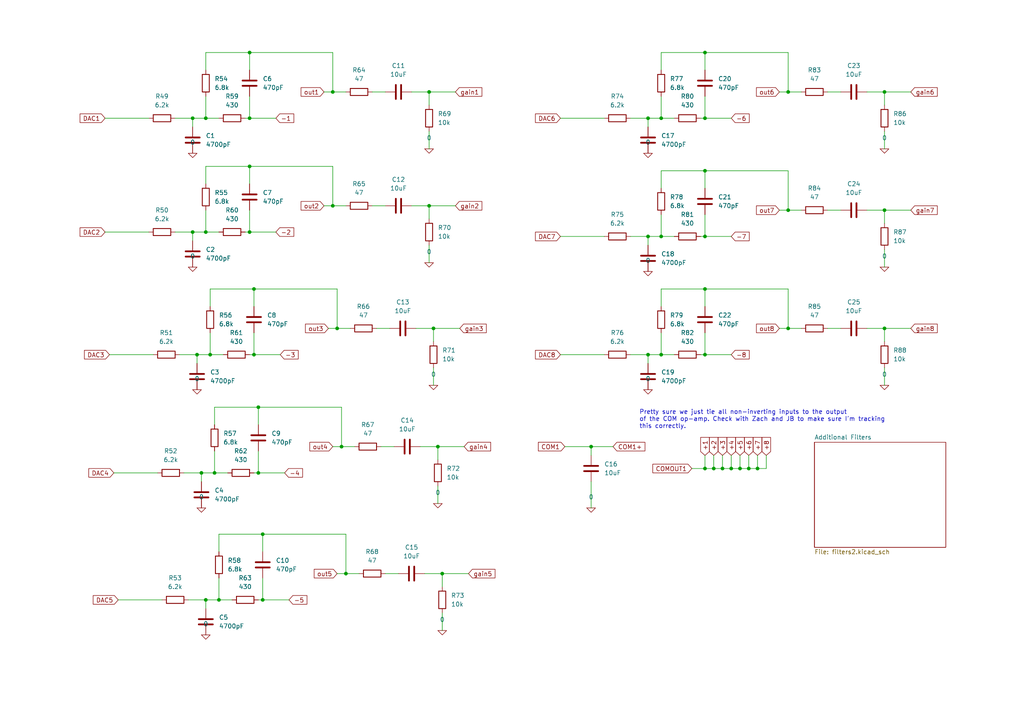
<source format=kicad_sch>
(kicad_sch (version 20230121) (generator eeschema)
  (paper "A4")
  (lib_symbols
    (symbol "Device:C" (pin_numbers hide) (pin_names (offset 0.254))
      (property "Reference" "C" (at 0.635 2.54 0))
      (property "Value" "C" (at 0.635 -2.54 0))
      (symbol "C_0_1"
        (polyline (pts (xy -2.032 -0.762) (xy 2.032 -0.762)) (stroke (width 0.508)))
        (polyline (pts (xy -2.032 0.762) (xy 2.032 0.762)) (stroke (width 0.508)))
      )
      (symbol "C_1_1"
        (pin passive line (at 0 3.81 270) (length 2.794) (name "~") (number "1"))
        (pin passive line (at 0 -3.81 90) (length 2.794) (name "~") (number "2"))
      )
    )
    (symbol "Device:R" (pin_numbers hide) (pin_names (offset 0))
      (property "Reference" "R" (at 2.032 0 90))
      (property "Value" "R" (at 0 0 90))
      (symbol "R_0_1"
        (rectangle (start -1.016 -2.54) (end 1.016 2.54) (stroke (width 0.254)))
      )
      (symbol "R_1_1"
        (pin passive line (at 0 3.81 270) (length 1.27) (name "~") (number "1"))
        (pin passive line (at 0 -3.81 90) (length 1.27) (name "~") (number "2"))
      )
    )
    (symbol "pspice:0" (power) (pin_names (offset 0))
      (property "Value" "0" (at 0 -1.778 0))
      (symbol "0_0_1"
        (polyline (pts (xy -1.27 0) (xy 0 -1.27) (xy 1.27 0) (xy -1.27 0)))
      )
      (symbol "0_1_1"
        (pin power_in line (at 0 0 0) (length 0) hide (name "0") (number "1"))
      )
    )
  )
  (junction (at 59.69 173.99))
  (junction (at 204.47 102.87))
  (junction (at 228.6 60.96))
  (junction (at 256.54 60.96))
  (junction (at 58.42 137.16))
  (junction (at 204.47 135.89))
  (junction (at 72.39 67.31))
  (junction (at 191.77 34.29))
  (junction (at 55.88 67.31))
  (junction (at 171.45 129.54))
  (junction (at 73.66 83.82))
  (junction (at 204.47 83.82))
  (junction (at 76.2 173.99))
  (junction (at 96.52 26.67))
  (junction (at 228.6 95.25))
  (junction (at 73.66 102.87))
  (junction (at 74.93 118.11))
  (junction (at 207.01 135.89))
  (junction (at 187.96 68.58))
  (junction (at 214.63 135.89))
  (junction (at 57.15 102.87))
  (junction (at 127 129.54))
  (junction (at 204.47 49.53))
  (junction (at 187.96 102.87))
  (junction (at 204.47 15.24))
  (junction (at 124.46 26.67))
  (junction (at 256.54 26.67))
  (junction (at 128.27 166.37))
  (junction (at 59.69 34.29))
  (junction (at 256.54 95.25))
  (junction (at 204.47 34.29))
  (junction (at 191.77 102.87))
  (junction (at 59.69 67.31))
  (junction (at 96.52 59.69))
  (junction (at 72.39 34.29))
  (junction (at 204.47 68.58))
  (junction (at 72.39 48.26))
  (junction (at 74.93 137.16))
  (junction (at 191.77 68.58))
  (junction (at 124.46 59.69))
  (junction (at 63.5 173.99))
  (junction (at 62.23 137.16))
  (junction (at 125.73 95.25))
  (junction (at 212.09 135.89))
  (junction (at 60.96 102.87))
  (junction (at 219.71 135.89))
  (junction (at 217.17 135.89))
  (junction (at 228.6 26.67))
  (junction (at 76.2 154.94))
  (junction (at 100.33 166.37))
  (junction (at 209.55 135.89))
  (junction (at 187.96 34.29))
  (junction (at 97.79 95.25))
  (junction (at 72.39 15.24))
  (junction (at 55.88 34.29))
  (junction (at 99.06 129.54))
  (wire (pts (xy 97.79 95.25) (xy 97.79 83.82)))
  (wire (pts (xy 55.88 67.31) (xy 55.88 69.85)))
  (wire (pts (xy 99.06 129.54) (xy 102.87 129.54)))
  (wire (pts (xy 204.47 135.89) (xy 207.01 135.89)))
  (wire (pts (xy 62.23 130.81) (xy 62.23 137.16)))
  (wire (pts (xy 228.6 26.67) (xy 232.41 26.67)))
  (wire (pts (xy 63.5 160.02) (xy 63.5 154.94)))
  (wire (pts (xy 73.66 96.52) (xy 73.66 102.87)))
  (wire (pts (xy 72.39 60.96) (xy 72.39 67.31)))
  (wire (pts (xy 191.77 96.52) (xy 191.77 102.87)))
  (wire (pts (xy 204.47 68.58) (xy 212.09 68.58)))
  (wire (pts (xy 60.96 83.82) (xy 73.66 83.82)))
  (wire (pts (xy 59.69 60.96) (xy 59.69 67.31)))
  (wire (pts (xy 59.69 173.99) (xy 59.69 176.53)))
  (wire (pts (xy 125.73 95.25) (xy 133.35 95.25)))
  (wire (pts (xy 71.12 67.31) (xy 72.39 67.31)))
  (wire (pts (xy 100.33 166.37) (xy 104.14 166.37)))
  (wire (pts (xy 73.66 83.82) (xy 73.66 88.9)))
  (wire (pts (xy 187.96 102.87) (xy 191.77 102.87)))
  (wire (pts (xy 97.79 83.82) (xy 73.66 83.82)))
  (wire (pts (xy 33.02 137.16) (xy 45.72 137.16)))
  (wire (pts (xy 55.88 34.29) (xy 55.88 36.83)))
  (wire (pts (xy 123.19 166.37) (xy 128.27 166.37)))
  (wire (pts (xy 59.69 67.31) (xy 63.5 67.31)))
  (wire (pts (xy 97.79 95.25) (xy 101.6 95.25)))
  (wire (pts (xy 55.88 34.29) (xy 59.69 34.29)))
  (wire (pts (xy 58.42 137.16) (xy 62.23 137.16)))
  (wire (pts (xy 256.54 95.25) (xy 264.16 95.25)))
  (wire (pts (xy 251.46 60.96) (xy 256.54 60.96)))
  (wire (pts (xy 60.96 88.9) (xy 60.96 83.82)))
  (wire (pts (xy 59.69 173.99) (xy 63.5 173.99)))
  (wire (pts (xy 58.42 137.16) (xy 58.42 139.7)))
  (wire (pts (xy 204.47 15.24) (xy 204.47 20.32)))
  (wire (pts (xy 251.46 26.67) (xy 256.54 26.67)))
  (wire (pts (xy 226.06 26.67) (xy 228.6 26.67)))
  (wire (pts (xy 228.6 26.67) (xy 228.6 15.24)))
  (wire (pts (xy 162.56 102.87) (xy 175.26 102.87)))
  (wire (pts (xy 256.54 95.25) (xy 256.54 99.06)))
  (wire (pts (xy 96.52 59.69) (xy 96.52 48.26)))
  (wire (pts (xy 96.52 26.67) (xy 96.52 15.24)))
  (wire (pts (xy 109.22 95.25) (xy 113.03 95.25)))
  (wire (pts (xy 256.54 38.1) (xy 256.54 43.18)))
  (wire (pts (xy 204.47 83.82) (xy 204.47 88.9)))
  (wire (pts (xy 76.2 154.94) (xy 76.2 160.02)))
  (wire (pts (xy 203.2 68.58) (xy 204.47 68.58)))
  (wire (pts (xy 240.03 26.67) (xy 243.84 26.67)))
  (wire (pts (xy 191.77 102.87) (xy 195.58 102.87)))
  (wire (pts (xy 228.6 60.96) (xy 232.41 60.96)))
  (wire (pts (xy 203.2 34.29) (xy 204.47 34.29)))
  (wire (pts (xy 60.96 96.52) (xy 60.96 102.87)))
  (wire (pts (xy 191.77 68.58) (xy 195.58 68.58)))
  (wire (pts (xy 204.47 62.23) (xy 204.47 68.58)))
  (wire (pts (xy 99.06 118.11) (xy 74.93 118.11)))
  (wire (pts (xy 228.6 15.24) (xy 204.47 15.24)))
  (wire (pts (xy 127 140.97) (xy 127 146.05)))
  (wire (pts (xy 121.92 129.54) (xy 127 129.54)))
  (wire (pts (xy 191.77 62.23) (xy 191.77 68.58)))
  (wire (pts (xy 200.66 135.89) (xy 204.47 135.89)))
  (wire (pts (xy 228.6 95.25) (xy 232.41 95.25)))
  (wire (pts (xy 62.23 137.16) (xy 66.04 137.16)))
  (wire (pts (xy 191.77 15.24) (xy 204.47 15.24)))
  (wire (pts (xy 59.69 20.32) (xy 59.69 15.24)))
  (wire (pts (xy 240.03 60.96) (xy 243.84 60.96)))
  (wire (pts (xy 214.63 135.89) (xy 217.17 135.89)))
  (wire (pts (xy 110.49 129.54) (xy 114.3 129.54)))
  (wire (pts (xy 228.6 83.82) (xy 204.47 83.82)))
  (wire (pts (xy 59.69 34.29) (xy 63.5 34.29)))
  (wire (pts (xy 72.39 67.31) (xy 80.01 67.31)))
  (wire (pts (xy 93.98 26.67) (xy 96.52 26.67)))
  (wire (pts (xy 203.2 102.87) (xy 204.47 102.87)))
  (wire (pts (xy 119.38 26.67) (xy 124.46 26.67)))
  (wire (pts (xy 124.46 38.1) (xy 124.46 43.18)))
  (wire (pts (xy 57.15 102.87) (xy 60.96 102.87)))
  (wire (pts (xy 256.54 106.68) (xy 256.54 111.76)))
  (wire (pts (xy 128.27 177.8) (xy 128.27 182.88)))
  (wire (pts (xy 163.83 129.54) (xy 171.45 129.54)))
  (wire (pts (xy 128.27 166.37) (xy 135.89 166.37)))
  (wire (pts (xy 111.76 166.37) (xy 115.57 166.37)))
  (wire (pts (xy 100.33 154.94) (xy 76.2 154.94)))
  (wire (pts (xy 96.52 15.24) (xy 72.39 15.24)))
  (wire (pts (xy 97.79 166.37) (xy 100.33 166.37)))
  (wire (pts (xy 162.56 68.58) (xy 175.26 68.58)))
  (wire (pts (xy 72.39 27.94) (xy 72.39 34.29)))
  (wire (pts (xy 107.95 26.67) (xy 111.76 26.67)))
  (wire (pts (xy 71.12 34.29) (xy 72.39 34.29)))
  (wire (pts (xy 125.73 106.68) (xy 125.73 111.76)))
  (wire (pts (xy 191.77 83.82) (xy 204.47 83.82)))
  (wire (pts (xy 96.52 129.54) (xy 99.06 129.54)))
  (wire (pts (xy 226.06 95.25) (xy 228.6 95.25)))
  (wire (pts (xy 59.69 15.24) (xy 72.39 15.24)))
  (wire (pts (xy 171.45 132.08) (xy 171.45 129.54)))
  (wire (pts (xy 256.54 72.39) (xy 256.54 77.47)))
  (wire (pts (xy 34.29 173.99) (xy 46.99 173.99)))
  (wire (pts (xy 204.47 49.53) (xy 204.47 54.61)))
  (wire (pts (xy 60.96 102.87) (xy 64.77 102.87)))
  (wire (pts (xy 204.47 132.08) (xy 204.47 135.89)))
  (wire (pts (xy 191.77 54.61) (xy 191.77 49.53)))
  (wire (pts (xy 171.45 129.54) (xy 177.8 129.54)))
  (wire (pts (xy 204.47 34.29) (xy 212.09 34.29)))
  (wire (pts (xy 214.63 132.08) (xy 214.63 135.89)))
  (wire (pts (xy 54.61 173.99) (xy 59.69 173.99)))
  (wire (pts (xy 124.46 26.67) (xy 132.08 26.67)))
  (wire (pts (xy 76.2 167.64) (xy 76.2 173.99)))
  (wire (pts (xy 187.96 102.87) (xy 187.96 105.41)))
  (wire (pts (xy 191.77 27.94) (xy 191.77 34.29)))
  (wire (pts (xy 187.96 68.58) (xy 187.96 71.12)))
  (wire (pts (xy 57.15 102.87) (xy 57.15 105.41)))
  (wire (pts (xy 219.71 132.08) (xy 219.71 135.89)))
  (wire (pts (xy 204.47 27.94) (xy 204.47 34.29)))
  (wire (pts (xy 72.39 102.87) (xy 73.66 102.87)))
  (wire (pts (xy 226.06 60.96) (xy 228.6 60.96)))
  (wire (pts (xy 73.66 137.16) (xy 74.93 137.16)))
  (wire (pts (xy 222.25 135.89) (xy 222.25 132.08)))
  (wire (pts (xy 209.55 135.89) (xy 212.09 135.89)))
  (wire (pts (xy 240.03 95.25) (xy 243.84 95.25)))
  (wire (pts (xy 162.56 34.29) (xy 175.26 34.29)))
  (wire (pts (xy 127 129.54) (xy 134.62 129.54)))
  (wire (pts (xy 212.09 135.89) (xy 214.63 135.89)))
  (wire (pts (xy 73.66 102.87) (xy 81.28 102.87)))
  (wire (pts (xy 217.17 135.89) (xy 219.71 135.89)))
  (wire (pts (xy 59.69 48.26) (xy 72.39 48.26)))
  (wire (pts (xy 187.96 34.29) (xy 187.96 36.83)))
  (wire (pts (xy 182.88 102.87) (xy 187.96 102.87)))
  (wire (pts (xy 251.46 95.25) (xy 256.54 95.25)))
  (wire (pts (xy 187.96 34.29) (xy 191.77 34.29)))
  (wire (pts (xy 74.93 130.81) (xy 74.93 137.16)))
  (wire (pts (xy 53.34 137.16) (xy 58.42 137.16)))
  (wire (pts (xy 96.52 59.69) (xy 100.33 59.69)))
  (wire (pts (xy 72.39 34.29) (xy 80.01 34.29)))
  (wire (pts (xy 125.73 95.25) (xy 125.73 99.06)))
  (wire (pts (xy 55.88 67.31) (xy 59.69 67.31)))
  (wire (pts (xy 74.93 137.16) (xy 82.55 137.16)))
  (wire (pts (xy 204.47 96.52) (xy 204.47 102.87)))
  (wire (pts (xy 59.69 27.94) (xy 59.69 34.29)))
  (wire (pts (xy 219.71 135.89) (xy 222.25 135.89)))
  (wire (pts (xy 72.39 15.24) (xy 72.39 20.32)))
  (wire (pts (xy 228.6 60.96) (xy 228.6 49.53)))
  (wire (pts (xy 63.5 154.94) (xy 76.2 154.94)))
  (wire (pts (xy 212.09 132.08) (xy 212.09 135.89)))
  (wire (pts (xy 31.75 102.87) (xy 44.45 102.87)))
  (wire (pts (xy 63.5 167.64) (xy 63.5 173.99)))
  (wire (pts (xy 187.96 68.58) (xy 191.77 68.58)))
  (wire (pts (xy 191.77 20.32) (xy 191.77 15.24)))
  (wire (pts (xy 128.27 166.37) (xy 128.27 170.18)))
  (wire (pts (xy 228.6 49.53) (xy 204.47 49.53)))
  (wire (pts (xy 99.06 129.54) (xy 99.06 118.11)))
  (wire (pts (xy 191.77 34.29) (xy 195.58 34.29)))
  (wire (pts (xy 256.54 26.67) (xy 256.54 30.48)))
  (wire (pts (xy 30.48 67.31) (xy 43.18 67.31)))
  (wire (pts (xy 63.5 173.99) (xy 67.31 173.99)))
  (wire (pts (xy 59.69 53.34) (xy 59.69 48.26)))
  (wire (pts (xy 209.55 132.08) (xy 209.55 135.89)))
  (wire (pts (xy 171.45 139.7) (xy 171.45 147.32)))
  (wire (pts (xy 256.54 26.67) (xy 264.16 26.67)))
  (wire (pts (xy 96.52 26.67) (xy 100.33 26.67)))
  (wire (pts (xy 182.88 34.29) (xy 187.96 34.29)))
  (wire (pts (xy 124.46 71.12) (xy 124.46 76.2)))
  (wire (pts (xy 207.01 135.89) (xy 209.55 135.89)))
  (wire (pts (xy 124.46 59.69) (xy 132.08 59.69)))
  (wire (pts (xy 52.07 102.87) (xy 57.15 102.87)))
  (wire (pts (xy 95.25 95.25) (xy 97.79 95.25)))
  (wire (pts (xy 124.46 59.69) (xy 124.46 63.5)))
  (wire (pts (xy 93.98 59.69) (xy 96.52 59.69)))
  (wire (pts (xy 191.77 88.9) (xy 191.77 83.82)))
  (wire (pts (xy 62.23 118.11) (xy 74.93 118.11)))
  (wire (pts (xy 119.38 59.69) (xy 124.46 59.69)))
  (wire (pts (xy 50.8 34.29) (xy 55.88 34.29)))
  (wire (pts (xy 50.8 67.31) (xy 55.88 67.31)))
  (wire (pts (xy 120.65 95.25) (xy 125.73 95.25)))
  (wire (pts (xy 107.95 59.69) (xy 111.76 59.69)))
  (wire (pts (xy 124.46 26.67) (xy 124.46 30.48)))
  (wire (pts (xy 62.23 123.19) (xy 62.23 118.11)))
  (wire (pts (xy 191.77 49.53) (xy 204.47 49.53)))
  (wire (pts (xy 30.48 34.29) (xy 43.18 34.29)))
  (wire (pts (xy 182.88 68.58) (xy 187.96 68.58)))
  (wire (pts (xy 204.47 102.87) (xy 212.09 102.87)))
  (wire (pts (xy 228.6 95.25) (xy 228.6 83.82)))
  (wire (pts (xy 256.54 60.96) (xy 256.54 64.77)))
  (wire (pts (xy 217.17 132.08) (xy 217.17 135.89)))
  (wire (pts (xy 76.2 173.99) (xy 83.82 173.99)))
  (wire (pts (xy 207.01 132.08) (xy 207.01 135.89)))
  (wire (pts (xy 72.39 48.26) (xy 72.39 53.34)))
  (wire (pts (xy 256.54 60.96) (xy 264.16 60.96)))
  (wire (pts (xy 74.93 118.11) (xy 74.93 123.19)))
  (wire (pts (xy 74.93 173.99) (xy 76.2 173.99)))
  (wire (pts (xy 127 129.54) (xy 127 133.35)))
  (wire (pts (xy 100.33 166.37) (xy 100.33 154.94)))
  (wire (pts (xy 96.52 48.26) (xy 72.39 48.26)))
  (text "Pretty sure we just tie all non-inverting inputs to the output\nof the COM op-amp. Check with Zach and JB to make sure I'm tracking \nthis correctly. " (at 185.42 124.46 0) (effects (font (size 1.27 1.27)) (justify left bottom)))
  (global_label "gain4" (shape input) (at 134.62 129.54 0) (property "Intersheetrefs" "${INTERSHEET_REFS}" (effects hide)))
  (global_label "out4" (shape input) (at 96.52 129.54 180) (property "Intersheetrefs" "${INTERSHEET_REFS}" (effects hide)))
  (global_label "gain7" (shape input) (at 264.16 60.96 0) (property "Intersheetrefs" "${INTERSHEET_REFS}" (effects hide)))
  (global_label "+1" (shape input) (at 204.47 132.08 90) (property "Intersheetrefs" "${INTERSHEET_REFS}" (effects hide)))
  (global_label "-5" (shape input) (at 83.82 173.99 0) (property "Intersheetrefs" "${INTERSHEET_REFS}" (effects hide)))
  (global_label "out1" (shape input) (at 93.98 26.67 180) (property "Intersheetrefs" "${INTERSHEET_REFS}" (effects hide)))
  (global_label "DAC6" (shape input) (at 162.56 34.29 180) (property "Intersheetrefs" "${INTERSHEET_REFS}" (effects hide)))
  (global_label "DAC1" (shape input) (at 30.48 34.29 180) (property "Intersheetrefs" "${INTERSHEET_REFS}" (effects hide)))
  (global_label "gain5" (shape input) (at 135.89 166.37 0) (property "Intersheetrefs" "${INTERSHEET_REFS}" (effects hide)))
  (global_label "gain2" (shape input) (at 132.08 59.69 0) (property "Intersheetrefs" "${INTERSHEET_REFS}" (effects hide)))
  (global_label "DAC8" (shape input) (at 162.56 102.87 180) (property "Intersheetrefs" "${INTERSHEET_REFS}" (effects hide)))
  (global_label "gain6" (shape input) (at 264.16 26.67 0) (property "Intersheetrefs" "${INTERSHEET_REFS}" (effects hide)))
  (global_label "-7" (shape input) (at 212.09 68.58 0) (property "Intersheetrefs" "${INTERSHEET_REFS}" (effects hide)))
  (global_label "-1" (shape input) (at 80.01 34.29 0) (property "Intersheetrefs" "${INTERSHEET_REFS}" (effects hide)))
  (global_label "-6" (shape input) (at 212.09 34.29 0) (property "Intersheetrefs" "${INTERSHEET_REFS}" (effects hide)))
  (global_label "-4" (shape input) (at 82.55 137.16 0) (property "Intersheetrefs" "${INTERSHEET_REFS}" (effects hide)))
  (global_label "+3" (shape input) (at 209.55 132.08 90) (property "Intersheetrefs" "${INTERSHEET_REFS}" (effects hide)))
  (global_label "+7" (shape input) (at 219.71 132.08 90) (property "Intersheetrefs" "${INTERSHEET_REFS}" (effects hide)))
  (global_label "gain3" (shape input) (at 133.35 95.25 0) (property "Intersheetrefs" "${INTERSHEET_REFS}" (effects hide)))
  (global_label "+6" (shape input) (at 217.17 132.08 90) (property "Intersheetrefs" "${INTERSHEET_REFS}" (effects hide)))
  (global_label "gain1" (shape input) (at 132.08 26.67 0) (property "Intersheetrefs" "${INTERSHEET_REFS}" (effects hide)))
  (global_label "DAC7" (shape input) (at 162.56 68.58 180) (property "Intersheetrefs" "${INTERSHEET_REFS}" (effects hide)))
  (global_label "out5" (shape input) (at 97.79 166.37 180) (property "Intersheetrefs" "${INTERSHEET_REFS}" (effects hide)))
  (global_label "+2" (shape input) (at 207.01 132.08 90) (property "Intersheetrefs" "${INTERSHEET_REFS}" (effects hide)))
  (global_label "out3" (shape input) (at 95.25 95.25 180) (property "Intersheetrefs" "${INTERSHEET_REFS}" (effects hide)))
  (global_label "-3" (shape input) (at 81.28 102.87 0) (property "Intersheetrefs" "${INTERSHEET_REFS}" (effects hide)))
  (global_label "DAC2" (shape input) (at 30.48 67.31 180) (property "Intersheetrefs" "${INTERSHEET_REFS}" (effects hide)))
  (global_label "COM1+" (shape input) (at 177.8 129.54 0) (property "Intersheetrefs" "${INTERSHEET_REFS}" (effects hide)))
  (global_label "+5" (shape input) (at 214.63 132.08 90) (property "Intersheetrefs" "${INTERSHEET_REFS}" (effects hide)))
  (global_label "COMOUT1" (shape input) (at 200.66 135.89 180) (property "Intersheetrefs" "${INTERSHEET_REFS}" (effects hide)))
  (global_label "+4" (shape input) (at 212.09 132.08 90) (property "Intersheetrefs" "${INTERSHEET_REFS}" (effects hide)))
  (global_label "out8" (shape input) (at 226.06 95.25 180) (property "Intersheetrefs" "${INTERSHEET_REFS}" (effects hide)))
  (global_label "out2" (shape input) (at 93.98 59.69 180) (property "Intersheetrefs" "${INTERSHEET_REFS}" (effects hide)))
  (global_label "-8" (shape input) (at 212.09 102.87 0) (property "Intersheetrefs" "${INTERSHEET_REFS}" (effects hide)))
  (global_label "COM1" (shape input) (at 163.83 129.54 180) (property "Intersheetrefs" "${INTERSHEET_REFS}" (effects hide)))
  (global_label "DAC4" (shape input) (at 33.02 137.16 180) (property "Intersheetrefs" "${INTERSHEET_REFS}" (effects hide)))
  (global_label "-2" (shape input) (at 80.01 67.31 0) (property "Intersheetrefs" "${INTERSHEET_REFS}" (effects hide)))
  (global_label "gain8" (shape input) (at 264.16 95.25 0) (property "Intersheetrefs" "${INTERSHEET_REFS}" (effects hide)))
  (global_label "out6" (shape input) (at 226.06 26.67 180) (property "Intersheetrefs" "${INTERSHEET_REFS}" (effects hide)))
  (global_label "+8" (shape input) (at 222.25 132.08 90) (property "Intersheetrefs" "${INTERSHEET_REFS}" (effects hide)))
  (global_label "DAC3" (shape input) (at 31.75 102.87 180) (property "Intersheetrefs" "${INTERSHEET_REFS}" (effects hide)))
  (global_label "DAC5" (shape input) (at 34.29 173.99 180) (property "Intersheetrefs" "${INTERSHEET_REFS}" (effects hide)))
  (global_label "out7" (shape input) (at 226.06 60.96 180) (property "Intersheetrefs" "${INTERSHEET_REFS}" (effects hide)))
  (symbol (lib_id "Device:C") (at 171.45 135.89 180) (unit 1)
    (property "Reference" "C16" (at 175.26 134.6199 0) (effects (justify right)))
    (property "Value" "10uF" (at 175.26 137.1599 0) (effects (justify right)))
    (property "Footprint" "Capacitor_SMD:C_1206_3216Metric_Pad1.33x1.80mm_HandSolder" (effects hide))
    (property "Sim.Device" "SPICE" (effects hide))
    (property "Sim.Params" "type=\"C\" model=\"10u\" lib=\"\"" (effects hide))
    (property "Sim.Pins" "1=1 2=2" (effects hide))
  )
  (symbol (lib_id "pspice:0") (at 125.73 111.76 0) (unit 1)
    (property "Reference" "#GND034" (effects hide))
    (property "Value" "0" (at 125.73 108.585 0))
  )
  (symbol (lib_id "Device:R") (at 106.68 129.54 90) (unit 1)
    (property "Reference" "R67" (at 106.68 123.19 90))
    (property "Value" "47" (at 106.68 125.73 90))
    (property "Footprint" "Resistor_SMD:R_1206_3216Metric" (effects hide))
    (property "Sim.Device" "SPICE" (effects hide))
    (property "Sim.Params" "type=\"R\" model=\"47\" lib=\"\"" (effects hide))
    (property "Sim.Pins" "1=1 2=2" (effects hide))
  )
  (symbol (lib_id "Device:R") (at 125.73 102.87 180) (unit 1)
    (property "Reference" "R71" (at 128.27 101.5999 0) (effects (justify right)))
    (property "Value" "10k" (at 128.27 104.1399 0) (effects (justify right)))
    (property "Footprint" "Resistor_SMD:R_1206_3216Metric" (effects hide))
  )
  (symbol (lib_id "pspice:0") (at 187.96 78.74 0) (unit 1)
    (property "Reference" "#GND039" (effects hide))
    (property "Value" "0" (at 187.96 75.565 0))
  )
  (symbol (lib_id "Device:C") (at 72.39 24.13 0) (unit 1)
    (property "Reference" "C6" (at 76.2 22.8599 0) (effects (justify left)))
    (property "Value" "470pF" (at 76.2 25.3999 0) (effects (justify left)))
    (property "Footprint" "Capacitor_SMD:C_1206_3216Metric_Pad1.33x1.80mm_HandSolder" (effects hide))
    (property "Sim.Device" "SPICE" (effects hide))
    (property "Sim.Params" "type=\"C\" model=\"470p\" lib=\"\"" (effects hide))
    (property "Sim.Pins" "1=1 2=2" (effects hide))
  )
  (symbol (lib_id "Device:C") (at 76.2 163.83 0) (unit 1)
    (property "Reference" "C10" (at 80.01 162.5599 0) (effects (justify left)))
    (property "Value" "470pF" (at 80.01 165.0999 0) (effects (justify left)))
    (property "Footprint" "Capacitor_SMD:C_1206_3216Metric_Pad1.33x1.80mm_HandSolder" (effects hide))
    (property "Sim.Device" "SPICE" (effects hide))
    (property "Sim.Params" "type=\"C\" model=\"470p\" lib=\"\"" (effects hide))
    (property "Sim.Pins" "1=1 2=2" (effects hide))
  )
  (symbol (lib_id "Device:C") (at 119.38 166.37 90) (unit 1)
    (property "Reference" "C15" (at 119.38 158.75 90))
    (property "Value" "10uF" (at 119.38 161.29 90))
    (property "Footprint" "Capacitor_SMD:C_1206_3216Metric_Pad1.33x1.80mm_HandSolder" (effects hide))
    (property "Sim.Device" "SPICE" (effects hide))
    (property "Sim.Params" "type=\"C\" model=\"10u\" lib=\"\"" (effects hide))
    (property "Sim.Pins" "1=1 2=2" (effects hide))
  )
  (symbol (lib_id "Device:R") (at 191.77 92.71 180) (unit 1)
    (property "Reference" "R79" (at 194.31 91.4399 0) (effects (justify right)))
    (property "Value" "6.8k" (at 194.31 93.9799 0) (effects (justify right)))
    (property "Footprint" "Resistor_SMD:R_1206_3216Metric" (effects hide))
    (property "Sim.Device" "SPICE" (effects hide))
    (property "Sim.Params" "type=\"R\" model=\"6.8k\" lib=\"\"" (effects hide))
    (property "Sim.Pins" "1=1 2=2" (effects hide))
  )
  (symbol (lib_id "Device:R") (at 46.99 67.31 90) (unit 1)
    (property "Reference" "R50" (at 46.99 60.96 90))
    (property "Value" "6.2k" (at 46.99 63.5 90))
    (property "Footprint" "Resistor_SMD:R_1206_3216Metric" (effects hide))
    (property "Sim.Device" "SPICE" (effects hide))
    (property "Sim.Params" "type=\"R\" model=\"6.2k\" lib=\"\"" (effects hide))
    (property "Sim.Pins" "1=1 2=2" (effects hide))
  )
  (symbol (lib_id "Device:C") (at 57.15 109.22 0) (unit 1)
    (property "Reference" "C3" (at 60.96 107.9499 0) (effects (justify left)))
    (property "Value" "4700pF" (at 60.96 110.4899 0) (effects (justify left)))
    (property "Footprint" "Capacitor_SMD:C_1206_3216Metric_Pad1.33x1.80mm_HandSolder" (effects hide))
    (property "Sim.Device" "SPICE" (effects hide))
    (property "Sim.Params" "type=\"C\" model=\"4700p\" lib=\"\"" (effects hide))
    (property "Sim.Pins" "1=1 2=2" (effects hide))
  )
  (symbol (lib_id "Device:R") (at 124.46 67.31 180) (unit 1)
    (property "Reference" "R70" (at 127 66.0399 0) (effects (justify right)))
    (property "Value" "10k" (at 127 68.5799 0) (effects (justify right)))
    (property "Footprint" "Resistor_SMD:R_1206_3216Metric" (effects hide))
  )
  (symbol (lib_id "Device:C") (at 204.47 24.13 0) (unit 1)
    (property "Reference" "C20" (at 208.28 22.8599 0) (effects (justify left)))
    (property "Value" "470pF" (at 208.28 25.3999 0) (effects (justify left)))
    (property "Footprint" "Capacitor_SMD:C_1206_3216Metric_Pad1.33x1.80mm_HandSolder" (effects hide))
    (property "Sim.Device" "SPICE" (effects hide))
    (property "Sim.Params" "type=\"C\" model=\"470p\" lib=\"\"" (effects hide))
    (property "Sim.Pins" "1=1 2=2" (effects hide))
  )
  (symbol (lib_id "Device:R") (at 67.31 34.29 90) (unit 1)
    (property "Reference" "R59" (at 67.31 27.94 90))
    (property "Value" "430" (at 67.31 30.48 90))
    (property "Footprint" "Resistor_SMD:R_1206_3216Metric" (effects hide))
    (property "Sim.Device" "SPICE" (effects hide))
    (property "Sim.Params" "type=\"R\" model=\"430\" lib=\"\"" (effects hide))
    (property "Sim.Pins" "1=1 2=2" (effects hide))
  )
  (symbol (lib_id "Device:R") (at 68.58 102.87 90) (unit 1)
    (property "Reference" "R61" (at 68.58 96.52 90))
    (property "Value" "430" (at 68.58 99.06 90))
    (property "Footprint" "Resistor_SMD:R_1206_3216Metric" (effects hide))
    (property "Sim.Device" "SPICE" (effects hide))
    (property "Sim.Params" "type=\"R\" model=\"430\" lib=\"\"" (effects hide))
    (property "Sim.Pins" "1=1 2=2" (effects hide))
  )
  (symbol (lib_id "Device:R") (at 199.39 102.87 90) (unit 1)
    (property "Reference" "R82" (at 199.39 96.52 90))
    (property "Value" "430" (at 199.39 99.06 90))
    (property "Footprint" "Resistor_SMD:R_1206_3216Metric" (effects hide))
    (property "Sim.Device" "SPICE" (effects hide))
    (property "Sim.Params" "type=\"R\" model=\"430\" lib=\"\"" (effects hide))
    (property "Sim.Pins" "1=1 2=2" (effects hide))
  )
  (symbol (lib_id "Device:R") (at 236.22 26.67 90) (unit 1)
    (property "Reference" "R83" (at 236.22 20.32 90))
    (property "Value" "47" (at 236.22 22.86 90))
    (property "Footprint" "Resistor_SMD:R_1206_3216Metric" (effects hide))
    (property "Sim.Device" "SPICE" (effects hide))
    (property "Sim.Params" "type=\"R\" model=\"47\" lib=\"\"" (effects hide))
    (property "Sim.Pins" "1=1 2=2" (effects hide))
  )
  (symbol (lib_id "Device:R") (at 69.85 137.16 90) (unit 1)
    (property "Reference" "R62" (at 69.85 130.81 90))
    (property "Value" "430" (at 69.85 133.35 90))
    (property "Footprint" "Resistor_SMD:R_1206_3216Metric" (effects hide))
    (property "Sim.Device" "SPICE" (effects hide))
    (property "Sim.Params" "type=\"R\" model=\"430\" lib=\"\"" (effects hide))
    (property "Sim.Pins" "1=1 2=2" (effects hide))
  )
  (symbol (lib_id "Device:R") (at 67.31 67.31 90) (unit 1)
    (property "Reference" "R60" (at 67.31 60.96 90))
    (property "Value" "430" (at 67.31 63.5 90))
    (property "Footprint" "Resistor_SMD:R_1206_3216Metric" (effects hide))
    (property "Sim.Device" "SPICE" (effects hide))
    (property "Sim.Params" "type=\"R\" model=\"430\" lib=\"\"" (effects hide))
    (property "Sim.Pins" "1=1 2=2" (effects hide))
  )
  (symbol (lib_id "Device:R") (at 124.46 34.29 180) (unit 1)
    (property "Reference" "R69" (at 127 33.0199 0) (effects (justify right)))
    (property "Value" "10k" (at 127 35.5599 0) (effects (justify right)))
    (property "Footprint" "Resistor_SMD:R_1206_3216Metric" (effects hide))
  )
  (symbol (lib_id "Device:R") (at 60.96 92.71 180) (unit 1)
    (property "Reference" "R56" (at 63.5 91.4399 0) (effects (justify right)))
    (property "Value" "6.8k" (at 63.5 93.9799 0) (effects (justify right)))
    (property "Footprint" "Resistor_SMD:R_1206_3216Metric" (effects hide))
    (property "Sim.Device" "SPICE" (effects hide))
    (property "Sim.Params" "type=\"R\" model=\"6.8k\" lib=\"\"" (effects hide))
    (property "Sim.Pins" "1=1 2=2" (effects hide))
  )
  (symbol (lib_id "Device:C") (at 187.96 74.93 0) (unit 1)
    (property "Reference" "C18" (at 191.77 73.6599 0) (effects (justify left)))
    (property "Value" "4700pF" (at 191.77 76.1999 0) (effects (justify left)))
    (property "Footprint" "Capacitor_SMD:C_1206_3216Metric_Pad1.33x1.80mm_HandSolder" (effects hide))
    (property "Sim.Device" "SPICE" (effects hide))
    (property "Sim.Params" "type=\"C\" model=\"4700p\" lib=\"\"" (effects hide))
    (property "Sim.Pins" "1=1 2=2" (effects hide))
  )
  (symbol (lib_id "pspice:0") (at 256.54 77.47 0) (unit 1)
    (property "Reference" "#GND042" (effects hide))
    (property "Value" "0" (at 256.54 74.295 0))
  )
  (symbol (lib_id "Device:R") (at 107.95 166.37 90) (unit 1)
    (property "Reference" "R68" (at 107.95 160.02 90))
    (property "Value" "47" (at 107.95 162.56 90))
    (property "Footprint" "Resistor_SMD:R_1206_3216Metric" (effects hide))
    (property "Sim.Device" "SPICE" (effects hide))
    (property "Sim.Params" "type=\"R\" model=\"47\" lib=\"\"" (effects hide))
    (property "Sim.Pins" "1=1 2=2" (effects hide))
  )
  (symbol (lib_id "pspice:0") (at 55.88 77.47 0) (unit 1)
    (property "Reference" "#GND028" (effects hide))
    (property "Value" "0" (at 55.88 74.295 0))
  )
  (symbol (lib_id "pspice:0") (at 124.46 76.2 0) (unit 1)
    (property "Reference" "#GND033" (effects hide))
    (property "Value" "0" (at 124.46 73.025 0))
  )
  (symbol (lib_id "Device:R") (at 63.5 163.83 180) (unit 1)
    (property "Reference" "R58" (at 66.04 162.5599 0) (effects (justify right)))
    (property "Value" "6.8k" (at 66.04 165.0999 0) (effects (justify right)))
    (property "Footprint" "Resistor_SMD:R_1206_3216Metric" (effects hide))
    (property "Sim.Device" "SPICE" (effects hide))
    (property "Sim.Params" "type=\"R\" model=\"6.8k\" lib=\"\"" (effects hide))
    (property "Sim.Pins" "1=1 2=2" (effects hide))
  )
  (symbol (lib_id "Device:R") (at 59.69 57.15 180) (unit 1)
    (property "Reference" "R55" (at 62.23 55.8799 0) (effects (justify right)))
    (property "Value" "6.8k" (at 62.23 58.4199 0) (effects (justify right)))
    (property "Footprint" "Resistor_SMD:R_1206_3216Metric" (effects hide))
    (property "Sim.Device" "SPICE" (effects hide))
    (property "Sim.Params" "type=\"R\" model=\"6.8k\" lib=\"\"" (effects hide))
    (property "Sim.Pins" "1=1 2=2" (effects hide))
  )
  (symbol (lib_id "Device:C") (at 204.47 58.42 0) (unit 1)
    (property "Reference" "C21" (at 208.28 57.1499 0) (effects (justify left)))
    (property "Value" "470pF" (at 208.28 59.6899 0) (effects (justify left)))
    (property "Footprint" "Capacitor_SMD:C_1206_3216Metric_Pad1.33x1.80mm_HandSolder" (effects hide))
    (property "Sim.Device" "SPICE" (effects hide))
    (property "Sim.Params" "type=\"C\" model=\"470p\" lib=\"\"" (effects hide))
    (property "Sim.Pins" "1=1 2=2" (effects hide))
  )
  (symbol (lib_id "Device:C") (at 55.88 40.64 0) (unit 1)
    (property "Reference" "C1" (at 59.69 39.3699 0) (effects (justify left)))
    (property "Value" "4700pF" (at 59.69 41.9099 0) (effects (justify left)))
    (property "Footprint" "Capacitor_SMD:C_1206_3216Metric_Pad1.33x1.80mm_HandSolder" (effects hide))
    (property "Sim.Device" "SPICE" (effects hide))
    (property "Sim.Params" "type=\"C\" model=\"4700p\" lib=\"\"" (effects hide))
    (property "Sim.Pins" "1=1 2=2" (effects hide))
  )
  (symbol (lib_id "Device:R") (at 236.22 95.25 90) (unit 1)
    (property "Reference" "R85" (at 236.22 88.9 90))
    (property "Value" "47" (at 236.22 91.44 90))
    (property "Footprint" "Resistor_SMD:R_1206_3216Metric" (effects hide))
    (property "Sim.Device" "SPICE" (effects hide))
    (property "Sim.Params" "type=\"R\" model=\"47\" lib=\"\"" (effects hide))
    (property "Sim.Pins" "1=1 2=2" (effects hide))
  )
  (symbol (lib_id "pspice:0") (at 187.96 113.03 0) (unit 1)
    (property "Reference" "#GND040" (effects hide))
    (property "Value" "0" (at 187.96 109.855 0))
  )
  (symbol (lib_id "Device:C") (at 72.39 57.15 0) (unit 1)
    (property "Reference" "C7" (at 76.2 55.8799 0) (effects (justify left)))
    (property "Value" "470pF" (at 76.2 58.4199 0) (effects (justify left)))
    (property "Footprint" "Capacitor_SMD:C_1206_3216Metric_Pad1.33x1.80mm_HandSolder" (effects hide))
    (property "Sim.Device" "SPICE" (effects hide))
    (property "Sim.Params" "type=\"C\" model=\"470p\" lib=\"\"" (effects hide))
    (property "Sim.Pins" "1=1 2=2" (effects hide))
  )
  (symbol (lib_id "Device:R") (at 105.41 95.25 90) (unit 1)
    (property "Reference" "R66" (at 105.41 88.9 90))
    (property "Value" "47" (at 105.41 91.44 90))
    (property "Footprint" "Resistor_SMD:R_1206_3216Metric" (effects hide))
    (property "Sim.Device" "SPICE" (effects hide))
    (property "Sim.Params" "type=\"R\" model=\"47\" lib=\"\"" (effects hide))
    (property "Sim.Pins" "1=1 2=2" (effects hide))
  )
  (symbol (lib_id "pspice:0") (at 59.69 184.15 0) (unit 1)
    (property "Reference" "#GND031" (effects hide))
    (property "Value" "0" (at 59.69 180.975 0))
  )
  (symbol (lib_id "pspice:0") (at 128.27 182.88 0) (unit 1)
    (property "Reference" "#GND036" (effects hide))
    (property "Value" "0" (at 128.27 179.705 0))
  )
  (symbol (lib_id "Device:C") (at 73.66 92.71 0) (unit 1)
    (property "Reference" "C8" (at 77.47 91.4399 0) (effects (justify left)))
    (property "Value" "470pF" (at 77.47 93.9799 0) (effects (justify left)))
    (property "Footprint" "Capacitor_SMD:C_1206_3216Metric_Pad1.33x1.80mm_HandSolder" (effects hide))
    (property "Sim.Device" "SPICE" (effects hide))
    (property "Sim.Params" "type=\"C\" model=\"470p\" lib=\"\"" (effects hide))
    (property "Sim.Pins" "1=1 2=2" (effects hide))
  )
  (symbol (lib_id "pspice:0") (at 124.46 43.18 0) (unit 1)
    (property "Reference" "#GND032" (effects hide))
    (property "Value" "0" (at 124.46 40.005 0))
  )
  (symbol (lib_id "Device:R") (at 127 137.16 180) (unit 1)
    (property "Reference" "R72" (at 129.54 135.8899 0) (effects (justify right)))
    (property "Value" "10k" (at 129.54 138.4299 0) (effects (justify right)))
    (property "Footprint" "Resistor_SMD:R_1206_3216Metric" (effects hide))
  )
  (symbol (lib_id "Device:C") (at 247.65 95.25 90) (unit 1)
    (property "Reference" "C25" (at 247.65 87.63 90))
    (property "Value" "10uF" (at 247.65 90.17 90))
    (property "Footprint" "Capacitor_SMD:C_1206_3216Metric_Pad1.33x1.80mm_HandSolder" (effects hide))
    (property "Sim.Device" "SPICE" (effects hide))
    (property "Sim.Params" "type=\"C\" model=\"10u\" lib=\"\"" (effects hide))
    (property "Sim.Pins" "1=1 2=2" (effects hide))
  )
  (symbol (lib_id "Device:C") (at 74.93 127 0) (unit 1)
    (property "Reference" "C9" (at 78.74 125.7299 0) (effects (justify left)))
    (property "Value" "470pF" (at 78.74 128.2699 0) (effects (justify left)))
    (property "Footprint" "Capacitor_SMD:C_1206_3216Metric_Pad1.33x1.80mm_HandSolder" (effects hide))
    (property "Sim.Device" "SPICE" (effects hide))
    (property "Sim.Params" "type=\"C\" model=\"470p\" lib=\"\"" (effects hide))
    (property "Sim.Pins" "1=1 2=2" (effects hide))
  )
  (symbol (lib_id "pspice:0") (at 187.96 44.45 0) (unit 1)
    (property "Reference" "#GND038" (effects hide))
    (property "Value" "0" (at 187.96 41.275 0))
  )
  (symbol (lib_id "Device:R") (at 256.54 102.87 180) (unit 1)
    (property "Reference" "R88" (at 259.08 101.5999 0) (effects (justify right)))
    (property "Value" "10k" (at 259.08 104.1399 0) (effects (justify right)))
    (property "Footprint" "Resistor_SMD:R_1206_3216Metric" (effects hide))
  )
  (symbol (lib_id "Device:C") (at 115.57 59.69 90) (unit 1)
    (property "Reference" "C12" (at 115.57 52.07 90))
    (property "Value" "10uF" (at 115.57 54.61 90))
    (property "Footprint" "Capacitor_SMD:C_1206_3216Metric_Pad1.33x1.80mm_HandSolder" (effects hide))
    (property "Sim.Device" "SPICE" (effects hide))
    (property "Sim.Params" "type=\"C\" model=\"10u\" lib=\"\"" (effects hide))
    (property "Sim.Pins" "1=1 2=2" (effects hide))
  )
  (symbol (lib_id "Device:C") (at 118.11 129.54 90) (unit 1)
    (property "Reference" "C14" (at 118.11 121.92 90))
    (property "Value" "10uF" (at 118.11 124.46 90))
    (property "Footprint" "Capacitor_SMD:C_1206_3216Metric_Pad1.33x1.80mm_HandSolder" (effects hide))
    (property "Sim.Device" "SPICE" (effects hide))
    (property "Sim.Params" "type=\"C\" model=\"10u\" lib=\"\"" (effects hide))
    (property "Sim.Pins" "1=1 2=2" (effects hide))
  )
  (symbol (lib_id "Device:C") (at 59.69 180.34 0) (unit 1)
    (property "Reference" "C5" (at 63.5 179.0699 0) (effects (justify left)))
    (property "Value" "4700pF" (at 63.5 181.6099 0) (effects (justify left)))
    (property "Footprint" "Capacitor_SMD:C_1206_3216Metric_Pad1.33x1.80mm_HandSolder" (effects hide))
    (property "Sim.Device" "SPICE" (effects hide))
    (property "Sim.Params" "type=\"C\" model=\"4700p\" lib=\"\"" (effects hide))
    (property "Sim.Pins" "1=1 2=2" (effects hide))
  )
  (symbol (lib_id "Device:R") (at 46.99 34.29 90) (unit 1)
    (property "Reference" "R49" (at 46.99 27.94 90))
    (property "Value" "6.2k" (at 46.99 30.48 90))
    (property "Footprint" "Resistor_SMD:R_1206_3216Metric" (effects hide))
    (property "Sim.Device" "SPICE" (effects hide))
    (property "Sim.Params" "type=\"R\" model=\"6.2k\" lib=\"\"" (effects hide))
    (property "Sim.Pins" "1=1 2=2" (effects hide))
  )
  (symbol (lib_id "pspice:0") (at 127 146.05 0) (unit 1)
    (property "Reference" "#GND035" (effects hide))
    (property "Value" "0" (at 127 142.875 0))
  )
  (symbol (lib_id "Device:C") (at 187.96 109.22 0) (unit 1)
    (property "Reference" "C19" (at 191.77 107.9499 0) (effects (justify left)))
    (property "Value" "4700pF" (at 191.77 110.4899 0) (effects (justify left)))
    (property "Footprint" "Capacitor_SMD:C_1206_3216Metric_Pad1.33x1.80mm_HandSolder" (effects hide))
    (property "Sim.Device" "SPICE" (effects hide))
    (property "Sim.Params" "type=\"C\" model=\"4700p\" lib=\"\"" (effects hide))
    (property "Sim.Pins" "1=1 2=2" (effects hide))
  )
  (symbol (lib_id "Device:R") (at 191.77 24.13 180) (unit 1)
    (property "Reference" "R77" (at 194.31 22.8599 0) (effects (justify right)))
    (property "Value" "6.8k" (at 194.31 25.3999 0) (effects (justify right)))
    (property "Footprint" "Resistor_SMD:R_1206_3216Metric" (effects hide))
    (property "Sim.Device" "SPICE" (effects hide))
    (property "Sim.Params" "type=\"R\" model=\"6.8k\" lib=\"\"" (effects hide))
    (property "Sim.Pins" "1=1 2=2" (effects hide))
  )
  (symbol (lib_id "Device:C") (at 116.84 95.25 90) (unit 1)
    (property "Reference" "C13" (at 116.84 87.63 90))
    (property "Value" "10uF" (at 116.84 90.17 90))
    (property "Footprint" "Capacitor_SMD:C_1206_3216Metric_Pad1.33x1.80mm_HandSolder" (effects hide))
    (property "Sim.Device" "SPICE" (effects hide))
    (property "Sim.Params" "type=\"C\" model=\"10u\" lib=\"\"" (effects hide))
    (property "Sim.Pins" "1=1 2=2" (effects hide))
  )
  (symbol (lib_id "Device:R") (at 179.07 102.87 90) (unit 1)
    (property "Reference" "R76" (at 179.07 96.52 90))
    (property "Value" "6.2k" (at 179.07 99.06 90))
    (property "Footprint" "Resistor_SMD:R_1206_3216Metric" (effects hide))
    (property "Sim.Device" "SPICE" (effects hide))
    (property "Sim.Params" "type=\"R\" model=\"6.2k\" lib=\"\"" (effects hide))
    (property "Sim.Pins" "1=1 2=2" (effects hide))
  )
  (symbol (lib_id "Device:C") (at 187.96 40.64 0) (unit 1)
    (property "Reference" "C17" (at 191.77 39.3699 0) (effects (justify left)))
    (property "Value" "4700pF" (at 191.77 41.9099 0) (effects (justify left)))
    (property "Footprint" "Capacitor_SMD:C_1206_3216Metric_Pad1.33x1.80mm_HandSolder" (effects hide))
    (property "Sim.Device" "SPICE" (effects hide))
    (property "Sim.Params" "type=\"C\" model=\"4700p\" lib=\"\"" (effects hide))
    (property "Sim.Pins" "1=1 2=2" (effects hide))
  )
  (symbol (lib_id "pspice:0") (at 256.54 111.76 0) (unit 1)
    (property "Reference" "#GND043" (effects hide))
    (property "Value" "0" (at 256.54 108.585 0))
  )
  (symbol (lib_id "Device:C") (at 55.88 73.66 0) (unit 1)
    (property "Reference" "C2" (at 59.69 72.3899 0) (effects (justify left)))
    (property "Value" "4700pF" (at 59.69 74.9299 0) (effects (justify left)))
    (property "Footprint" "Capacitor_SMD:C_1206_3216Metric_Pad1.33x1.80mm_HandSolder" (effects hide))
    (property "Sim.Device" "SPICE" (effects hide))
    (property "Sim.Params" "type=\"C\" model=\"4700p\" lib=\"\"" (effects hide))
    (property "Sim.Pins" "1=1 2=2" (effects hide))
  )
  (symbol (lib_id "pspice:0") (at 58.42 147.32 0) (unit 1)
    (property "Reference" "#GND030" (effects hide))
    (property "Value" "0" (at 58.42 144.145 0))
  )
  (symbol (lib_id "Device:R") (at 50.8 173.99 90) (unit 1)
    (property "Reference" "R53" (at 50.8 167.64 90))
    (property "Value" "6.2k" (at 50.8 170.18 90))
    (property "Footprint" "Resistor_SMD:R_1206_3216Metric" (effects hide))
    (property "Sim.Device" "SPICE" (effects hide))
    (property "Sim.Params" "type=\"R\" model=\"6.2k\" lib=\"\"" (effects hide))
    (property "Sim.Pins" "1=1 2=2" (effects hide))
  )
  (symbol (lib_id "Device:C") (at 204.47 92.71 0) (unit 1)
    (property "Reference" "C22" (at 208.28 91.4399 0) (effects (justify left)))
    (property "Value" "470pF" (at 208.28 93.9799 0) (effects (justify left)))
    (property "Footprint" "Capacitor_SMD:C_1206_3216Metric_Pad1.33x1.80mm_HandSolder" (effects hide))
    (property "Sim.Device" "SPICE" (effects hide))
    (property "Sim.Params" "type=\"C\" model=\"470p\" lib=\"\"" (effects hide))
    (property "Sim.Pins" "1=1 2=2" (effects hide))
  )
  (symbol (lib_id "Device:R") (at 104.14 26.67 90) (unit 1)
    (property "Reference" "R64" (at 104.14 20.32 90))
    (property "Value" "47" (at 104.14 22.86 90))
    (property "Footprint" "Resistor_SMD:R_1206_3216Metric" (effects hide))
    (property "Sim.Device" "SPICE" (effects hide))
    (property "Sim.Params" "type=\"R\" model=\"47\" lib=\"\"" (effects hide))
    (property "Sim.Pins" "1=1 2=2" (effects hide))
  )
  (symbol (lib_id "pspice:0") (at 55.88 44.45 0) (unit 1)
    (property "Reference" "#GND027" (effects hide))
    (property "Value" "0" (at 55.88 41.275 0))
  )
  (symbol (lib_id "Device:C") (at 247.65 60.96 90) (unit 1)
    (property "Reference" "C24" (at 247.65 53.34 90))
    (property "Value" "10uF" (at 247.65 55.88 90))
    (property "Footprint" "Capacitor_SMD:C_1206_3216Metric_Pad1.33x1.80mm_HandSolder" (effects hide))
    (property "Sim.Device" "SPICE" (effects hide))
    (property "Sim.Params" "type=\"C\" model=\"10u\" lib=\"\"" (effects hide))
    (property "Sim.Pins" "1=1 2=2" (effects hide))
  )
  (symbol (lib_id "Device:R") (at 199.39 68.58 90) (unit 1)
    (property "Reference" "R81" (at 199.39 62.23 90))
    (property "Value" "430" (at 199.39 64.77 90))
    (property "Footprint" "Resistor_SMD:R_1206_3216Metric" (effects hide))
    (property "Sim.Device" "SPICE" (effects hide))
    (property "Sim.Params" "type=\"R\" model=\"430\" lib=\"\"" (effects hide))
    (property "Sim.Pins" "1=1 2=2" (effects hide))
  )
  (symbol (lib_id "Device:R") (at 48.26 102.87 90) (unit 1)
    (property "Reference" "R51" (at 48.26 96.52 90))
    (property "Value" "6.2k" (at 48.26 99.06 90))
    (property "Footprint" "Resistor_SMD:R_1206_3216Metric" (effects hide))
    (property "Sim.Device" "SPICE" (effects hide))
    (property "Sim.Params" "type=\"R\" model=\"6.2k\" lib=\"\"" (effects hide))
    (property "Sim.Pins" "1=1 2=2" (effects hide))
  )
  (symbol (lib_id "Device:R") (at 236.22 60.96 90) (unit 1)
    (property "Reference" "R84" (at 236.22 54.61 90))
    (property "Value" "47" (at 236.22 57.15 90))
    (property "Footprint" "Resistor_SMD:R_1206_3216Metric" (effects hide))
    (property "Sim.Device" "SPICE" (effects hide))
    (property "Sim.Params" "type=\"R\" model=\"47\" lib=\"\"" (effects hide))
    (property "Sim.Pins" "1=1 2=2" (effects hide))
  )
  (symbol (lib_id "Device:R") (at 71.12 173.99 90) (unit 1)
    (property "Reference" "R63" (at 71.12 167.64 90))
    (property "Value" "430" (at 71.12 170.18 90))
    (property "Footprint" "Resistor_SMD:R_1206_3216Metric" (effects hide))
    (property "Sim.Device" "SPICE" (effects hide))
    (property "Sim.Params" "type=\"R\" model=\"430\" lib=\"\"" (effects hide))
    (property "Sim.Pins" "1=1 2=2" (effects hide))
  )
  (symbol (lib_id "Device:C") (at 247.65 26.67 90) (unit 1)
    (property "Reference" "C23" (at 247.65 19.05 90))
    (property "Value" "10uF" (at 247.65 21.59 90))
    (property "Footprint" "Capacitor_SMD:C_1206_3216Metric_Pad1.33x1.80mm_HandSolder" (effects hide))
    (property "Sim.Device" "SPICE" (effects hide))
    (property "Sim.Params" "type=\"C\" model=\"10u\" lib=\"\"" (effects hide))
    (property "Sim.Pins" "1=1 2=2" (effects hide))
  )
  (symbol (lib_id "Device:R") (at 62.23 127 180) (unit 1)
    (property "Reference" "R57" (at 64.77 125.7299 0) (effects (justify right)))
    (property "Value" "6.8k" (at 64.77 128.2699 0) (effects (justify right)))
    (property "Footprint" "Resistor_SMD:R_1206_3216Metric" (effects hide))
    (property "Sim.Device" "SPICE" (effects hide))
    (property "Sim.Params" "type=\"R\" model=\"6.8k\" lib=\"\"" (effects hide))
    (property "Sim.Pins" "1=1 2=2" (effects hide))
  )
  (symbol (lib_id "Device:R") (at 199.39 34.29 90) (unit 1)
    (property "Reference" "R80" (at 199.39 27.94 90))
    (property "Value" "430" (at 199.39 30.48 90))
    (property "Footprint" "Resistor_SMD:R_1206_3216Metric" (effects hide))
    (property "Sim.Device" "SPICE" (effects hide))
    (property "Sim.Params" "type=\"R\" model=\"430\" lib=\"\"" (effects hide))
    (property "Sim.Pins" "1=1 2=2" (effects hide))
  )
  (symbol (lib_id "Device:R") (at 256.54 34.29 180) (unit 1)
    (property "Reference" "R86" (at 259.08 33.0199 0) (effects (justify right)))
    (property "Value" "10k" (at 259.08 35.5599 0) (effects (justify right)))
    (property "Footprint" "Resistor_SMD:R_1206_3216Metric" (effects hide))
  )
  (symbol (lib_id "Device:R") (at 49.53 137.16 90) (unit 1)
    (property "Reference" "R52" (at 49.53 130.81 90))
    (property "Value" "6.2k" (at 49.53 133.35 90))
    (property "Footprint" "Resistor_SMD:R_1206_3216Metric" (effects hide))
    (property "Sim.Device" "SPICE" (effects hide))
    (property "Sim.Params" "type=\"R\" model=\"6.2k\" lib=\"\"" (effects hide))
    (property "Sim.Pins" "1=1 2=2" (effects hide))
  )
  (symbol (lib_id "Device:R") (at 179.07 68.58 90) (unit 1)
    (property "Reference" "R75" (at 179.07 62.23 90))
    (property "Value" "6.2k" (at 179.07 64.77 90))
    (property "Footprint" "Resistor_SMD:R_1206_3216Metric" (effects hide))
    (property "Sim.Device" "SPICE" (effects hide))
    (property "Sim.Params" "type=\"R\" model=\"6.2k\" lib=\"\"" (effects hide))
    (property "Sim.Pins" "1=1 2=2" (effects hide))
  )
  (symbol (lib_id "Device:C") (at 115.57 26.67 90) (unit 1)
    (property "Reference" "C11" (at 115.57 19.05 90))
    (property "Value" "10uF" (at 115.57 21.59 90))
    (property "Footprint" "Capacitor_SMD:C_1206_3216Metric_Pad1.33x1.80mm_HandSolder" (effects hide))
    (property "Sim.Device" "SPICE" (effects hide))
    (property "Sim.Params" "type=\"C\" model=\"10u\" lib=\"\"" (effects hide))
    (property "Sim.Pins" "1=1 2=2" (effects hide))
  )
  (symbol (lib_id "Device:R") (at 256.54 68.58 180) (unit 1)
    (property "Reference" "R87" (at 259.08 67.3099 0) (effects (justify right)))
    (property "Value" "10k" (at 259.08 69.8499 0) (effects (justify right)))
    (property "Footprint" "Resistor_SMD:R_1206_3216Metric" (effects hide))
  )
  (symbol (lib_id "pspice:0") (at 256.54 43.18 0) (unit 1)
    (property "Reference" "#GND041" (effects hide))
    (property "Value" "0" (at 256.54 40.005 0))
  )
  (symbol (lib_id "Device:R") (at 191.77 58.42 180) (unit 1)
    (property "Reference" "R78" (at 194.31 57.1499 0) (effects (justify right)))
    (property "Value" "6.8k" (at 194.31 59.6899 0) (effects (justify right)))
    (property "Footprint" "Resistor_SMD:R_1206_3216Metric" (effects hide))
    (property "Sim.Device" "SPICE" (effects hide))
    (property "Sim.Params" "type=\"R\" model=\"6.8k\" lib=\"\"" (effects hide))
    (property "Sim.Pins" "1=1 2=2" (effects hide))
  )
  (symbol (lib_id "Device:R") (at 59.69 24.13 180) (unit 1)
    (property "Reference" "R54" (at 62.23 22.8599 0) (effects (justify right)))
    (property "Value" "6.8k" (at 62.23 25.3999 0) (effects (justify right)))
    (property "Footprint" "Resistor_SMD:R_1206_3216Metric" (effects hide))
    (property "Sim.Device" "SPICE" (effects hide))
    (property "Sim.Params" "type=\"R\" model=\"6.8k\" lib=\"\"" (effects hide))
    (property "Sim.Pins" "1=1 2=2" (effects hide))
  )
  (symbol (lib_id "Device:R") (at 128.27 173.99 180) (unit 1)
    (property "Reference" "R73" (at 130.81 172.7199 0) (effects (justify right)))
    (property "Value" "10k" (at 130.81 175.2599 0) (effects (justify right)))
    (property "Footprint" "Resistor_SMD:R_1206_3216Metric" (effects hide))
  )
  (symbol (lib_id "Device:R") (at 179.07 34.29 90) (unit 1)
    (property "Reference" "R74" (at 179.07 27.94 90))
    (property "Value" "6.2k" (at 179.07 30.48 90))
    (property "Footprint" "Resistor_SMD:R_1206_3216Metric" (effects hide))
    (property "Sim.Device" "SPICE" (effects hide))
    (property "Sim.Params" "type=\"R\" model=\"6.2k\" lib=\"\"" (effects hide))
    (property "Sim.Pins" "1=1 2=2" (effects hide))
  )
  (symbol (lib_id "Device:C") (at 58.42 143.51 0) (unit 1)
    (property "Reference" "C4" (at 62.23 142.2399 0) (effects (justify left)))
    (property "Value" "4700pF" (at 62.23 144.7799 0) (effects (justify left)))
    (property "Footprint" "Capacitor_SMD:C_1206_3216Metric_Pad1.33x1.80mm_HandSolder" (effects hide))
    (property "Sim.Device" "SPICE" (effects hide))
    (property "Sim.Params" "type=\"C\" model=\"4700p\" lib=\"\"" (effects hide))
    (property "Sim.Pins" "1=1 2=2" (effects hide))
  )
  (symbol (lib_id "pspice:0") (at 57.15 113.03 0) (unit 1)
    (property "Reference" "#GND029" (effects hide))
    (property "Value" "0" (at 57.15 109.855 0))
  )
  (symbol (lib_id "pspice:0") (at 171.45 147.32 0) (unit 1)
    (property "Reference" "#GND037" (effects hide))
    (property "Value" "0" (at 171.45 144.145 0))
  )
  (symbol (lib_id "Device:R") (at 104.14 59.69 90) (unit 1)
    (property "Reference" "R65" (at 104.14 53.34 90))
    (property "Value" "47" (at 104.14 55.88 90))
    (property "Footprint" "Resistor_SMD:R_1206_3216Metric" (effects hide))
    (property "Sim.Device" "SPICE" (effects hide))
    (property "Sim.Params" "type=\"R\" model=\"47\" lib=\"\"" (effects hide))
    (property "Sim.Pins" "1=1 2=2" (effects hide))
  )
  (sheet (at 236.22 128.27) (size 38.1 30.48) (stroke (width 0.1524))
    (property "Sheetname" "Additional Filters" (at 236.22 127.5584 0) (effects (justify left bottom)))
    (property "Sheetfile" "filters2.kicad_sch" (at 236.22 159.3346 0) (effects (justify left top)))
  )
)
</source>
